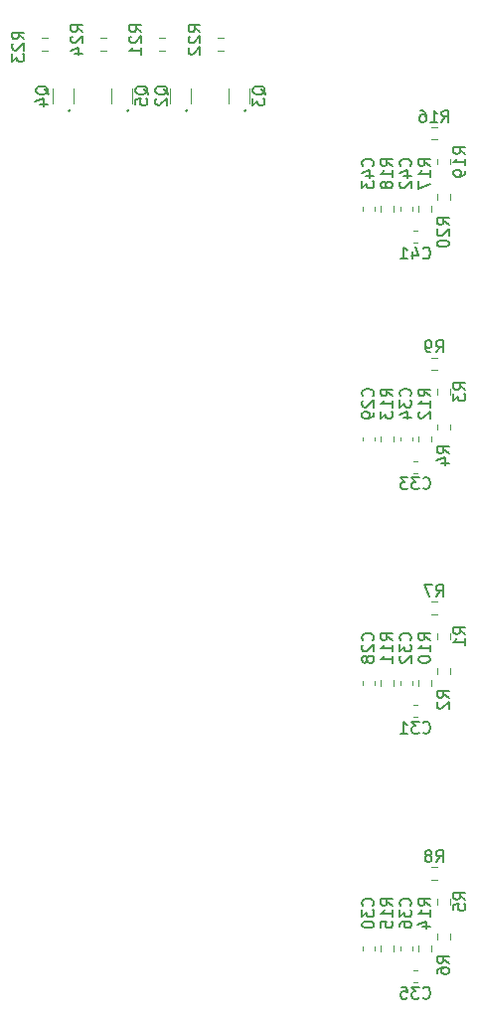
<source format=gbr>
%TF.GenerationSoftware,KiCad,Pcbnew,9.0.1-rc2-202503292320~1d443ca74c~ubuntu22.04.1*%
%TF.CreationDate,2025-03-31T00:08:08+02:00*%
%TF.ProjectId,PowkiBoard,506f776b-6942-46f6-9172-642e6b696361,rev?*%
%TF.SameCoordinates,Original*%
%TF.FileFunction,Legend,Bot*%
%TF.FilePolarity,Positive*%
%FSLAX46Y46*%
G04 Gerber Fmt 4.6, Leading zero omitted, Abs format (unit mm)*
G04 Created by KiCad (PCBNEW 9.0.1-rc2-202503292320~1d443ca74c~ubuntu22.04.1) date 2025-03-31 00:08:08*
%MOMM*%
%LPD*%
G01*
G04 APERTURE LIST*
%ADD10C,0.150000*%
%ADD11C,0.120000*%
G04 APERTURE END LIST*
D10*
X59566666Y-92824819D02*
X59899999Y-92348628D01*
X60138094Y-92824819D02*
X60138094Y-91824819D01*
X60138094Y-91824819D02*
X59757142Y-91824819D01*
X59757142Y-91824819D02*
X59661904Y-91872438D01*
X59661904Y-91872438D02*
X59614285Y-91920057D01*
X59614285Y-91920057D02*
X59566666Y-92015295D01*
X59566666Y-92015295D02*
X59566666Y-92158152D01*
X59566666Y-92158152D02*
X59614285Y-92253390D01*
X59614285Y-92253390D02*
X59661904Y-92301009D01*
X59661904Y-92301009D02*
X59757142Y-92348628D01*
X59757142Y-92348628D02*
X60138094Y-92348628D01*
X59233332Y-91824819D02*
X58566666Y-91824819D01*
X58566666Y-91824819D02*
X58995237Y-92824819D01*
X55854819Y-56157142D02*
X55378628Y-55823809D01*
X55854819Y-55585714D02*
X54854819Y-55585714D01*
X54854819Y-55585714D02*
X54854819Y-55966666D01*
X54854819Y-55966666D02*
X54902438Y-56061904D01*
X54902438Y-56061904D02*
X54950057Y-56109523D01*
X54950057Y-56109523D02*
X55045295Y-56157142D01*
X55045295Y-56157142D02*
X55188152Y-56157142D01*
X55188152Y-56157142D02*
X55283390Y-56109523D01*
X55283390Y-56109523D02*
X55331009Y-56061904D01*
X55331009Y-56061904D02*
X55378628Y-55966666D01*
X55378628Y-55966666D02*
X55378628Y-55585714D01*
X55854819Y-57109523D02*
X55854819Y-56538095D01*
X55854819Y-56823809D02*
X54854819Y-56823809D01*
X54854819Y-56823809D02*
X54997676Y-56728571D01*
X54997676Y-56728571D02*
X55092914Y-56633333D01*
X55092914Y-56633333D02*
X55140533Y-56538095D01*
X55283390Y-57680952D02*
X55235771Y-57585714D01*
X55235771Y-57585714D02*
X55188152Y-57538095D01*
X55188152Y-57538095D02*
X55092914Y-57490476D01*
X55092914Y-57490476D02*
X55045295Y-57490476D01*
X55045295Y-57490476D02*
X54950057Y-57538095D01*
X54950057Y-57538095D02*
X54902438Y-57585714D01*
X54902438Y-57585714D02*
X54854819Y-57680952D01*
X54854819Y-57680952D02*
X54854819Y-57871428D01*
X54854819Y-57871428D02*
X54902438Y-57966666D01*
X54902438Y-57966666D02*
X54950057Y-58014285D01*
X54950057Y-58014285D02*
X55045295Y-58061904D01*
X55045295Y-58061904D02*
X55092914Y-58061904D01*
X55092914Y-58061904D02*
X55188152Y-58014285D01*
X55188152Y-58014285D02*
X55235771Y-57966666D01*
X55235771Y-57966666D02*
X55283390Y-57871428D01*
X55283390Y-57871428D02*
X55283390Y-57680952D01*
X55283390Y-57680952D02*
X55331009Y-57585714D01*
X55331009Y-57585714D02*
X55378628Y-57538095D01*
X55378628Y-57538095D02*
X55473866Y-57490476D01*
X55473866Y-57490476D02*
X55664342Y-57490476D01*
X55664342Y-57490476D02*
X55759580Y-57538095D01*
X55759580Y-57538095D02*
X55807200Y-57585714D01*
X55807200Y-57585714D02*
X55854819Y-57680952D01*
X55854819Y-57680952D02*
X55854819Y-57871428D01*
X55854819Y-57871428D02*
X55807200Y-57966666D01*
X55807200Y-57966666D02*
X55759580Y-58014285D01*
X55759580Y-58014285D02*
X55664342Y-58061904D01*
X55664342Y-58061904D02*
X55473866Y-58061904D01*
X55473866Y-58061904D02*
X55378628Y-58014285D01*
X55378628Y-58014285D02*
X55331009Y-57966666D01*
X55331009Y-57966666D02*
X55283390Y-57871428D01*
X54159580Y-119157142D02*
X54207200Y-119109523D01*
X54207200Y-119109523D02*
X54254819Y-118966666D01*
X54254819Y-118966666D02*
X54254819Y-118871428D01*
X54254819Y-118871428D02*
X54207200Y-118728571D01*
X54207200Y-118728571D02*
X54111961Y-118633333D01*
X54111961Y-118633333D02*
X54016723Y-118585714D01*
X54016723Y-118585714D02*
X53826247Y-118538095D01*
X53826247Y-118538095D02*
X53683390Y-118538095D01*
X53683390Y-118538095D02*
X53492914Y-118585714D01*
X53492914Y-118585714D02*
X53397676Y-118633333D01*
X53397676Y-118633333D02*
X53302438Y-118728571D01*
X53302438Y-118728571D02*
X53254819Y-118871428D01*
X53254819Y-118871428D02*
X53254819Y-118966666D01*
X53254819Y-118966666D02*
X53302438Y-119109523D01*
X53302438Y-119109523D02*
X53350057Y-119157142D01*
X53254819Y-119490476D02*
X53254819Y-120109523D01*
X53254819Y-120109523D02*
X53635771Y-119776190D01*
X53635771Y-119776190D02*
X53635771Y-119919047D01*
X53635771Y-119919047D02*
X53683390Y-120014285D01*
X53683390Y-120014285D02*
X53731009Y-120061904D01*
X53731009Y-120061904D02*
X53826247Y-120109523D01*
X53826247Y-120109523D02*
X54064342Y-120109523D01*
X54064342Y-120109523D02*
X54159580Y-120061904D01*
X54159580Y-120061904D02*
X54207200Y-120014285D01*
X54207200Y-120014285D02*
X54254819Y-119919047D01*
X54254819Y-119919047D02*
X54254819Y-119633333D01*
X54254819Y-119633333D02*
X54207200Y-119538095D01*
X54207200Y-119538095D02*
X54159580Y-119490476D01*
X53254819Y-120728571D02*
X53254819Y-120823809D01*
X53254819Y-120823809D02*
X53302438Y-120919047D01*
X53302438Y-120919047D02*
X53350057Y-120966666D01*
X53350057Y-120966666D02*
X53445295Y-121014285D01*
X53445295Y-121014285D02*
X53635771Y-121061904D01*
X53635771Y-121061904D02*
X53873866Y-121061904D01*
X53873866Y-121061904D02*
X54064342Y-121014285D01*
X54064342Y-121014285D02*
X54159580Y-120966666D01*
X54159580Y-120966666D02*
X54207200Y-120919047D01*
X54207200Y-120919047D02*
X54254819Y-120823809D01*
X54254819Y-120823809D02*
X54254819Y-120728571D01*
X54254819Y-120728571D02*
X54207200Y-120633333D01*
X54207200Y-120633333D02*
X54159580Y-120585714D01*
X54159580Y-120585714D02*
X54064342Y-120538095D01*
X54064342Y-120538095D02*
X53873866Y-120490476D01*
X53873866Y-120490476D02*
X53635771Y-120490476D01*
X53635771Y-120490476D02*
X53445295Y-120538095D01*
X53445295Y-120538095D02*
X53350057Y-120585714D01*
X53350057Y-120585714D02*
X53302438Y-120633333D01*
X53302438Y-120633333D02*
X53254819Y-120728571D01*
X59054819Y-96557142D02*
X58578628Y-96223809D01*
X59054819Y-95985714D02*
X58054819Y-95985714D01*
X58054819Y-95985714D02*
X58054819Y-96366666D01*
X58054819Y-96366666D02*
X58102438Y-96461904D01*
X58102438Y-96461904D02*
X58150057Y-96509523D01*
X58150057Y-96509523D02*
X58245295Y-96557142D01*
X58245295Y-96557142D02*
X58388152Y-96557142D01*
X58388152Y-96557142D02*
X58483390Y-96509523D01*
X58483390Y-96509523D02*
X58531009Y-96461904D01*
X58531009Y-96461904D02*
X58578628Y-96366666D01*
X58578628Y-96366666D02*
X58578628Y-95985714D01*
X59054819Y-97509523D02*
X59054819Y-96938095D01*
X59054819Y-97223809D02*
X58054819Y-97223809D01*
X58054819Y-97223809D02*
X58197676Y-97128571D01*
X58197676Y-97128571D02*
X58292914Y-97033333D01*
X58292914Y-97033333D02*
X58340533Y-96938095D01*
X58054819Y-98128571D02*
X58054819Y-98223809D01*
X58054819Y-98223809D02*
X58102438Y-98319047D01*
X58102438Y-98319047D02*
X58150057Y-98366666D01*
X58150057Y-98366666D02*
X58245295Y-98414285D01*
X58245295Y-98414285D02*
X58435771Y-98461904D01*
X58435771Y-98461904D02*
X58673866Y-98461904D01*
X58673866Y-98461904D02*
X58864342Y-98414285D01*
X58864342Y-98414285D02*
X58959580Y-98366666D01*
X58959580Y-98366666D02*
X59007200Y-98319047D01*
X59007200Y-98319047D02*
X59054819Y-98223809D01*
X59054819Y-98223809D02*
X59054819Y-98128571D01*
X59054819Y-98128571D02*
X59007200Y-98033333D01*
X59007200Y-98033333D02*
X58959580Y-97985714D01*
X58959580Y-97985714D02*
X58864342Y-97938095D01*
X58864342Y-97938095D02*
X58673866Y-97890476D01*
X58673866Y-97890476D02*
X58435771Y-97890476D01*
X58435771Y-97890476D02*
X58245295Y-97938095D01*
X58245295Y-97938095D02*
X58150057Y-97985714D01*
X58150057Y-97985714D02*
X58102438Y-98033333D01*
X58102438Y-98033333D02*
X58054819Y-98128571D01*
X54159580Y-56157142D02*
X54207200Y-56109523D01*
X54207200Y-56109523D02*
X54254819Y-55966666D01*
X54254819Y-55966666D02*
X54254819Y-55871428D01*
X54254819Y-55871428D02*
X54207200Y-55728571D01*
X54207200Y-55728571D02*
X54111961Y-55633333D01*
X54111961Y-55633333D02*
X54016723Y-55585714D01*
X54016723Y-55585714D02*
X53826247Y-55538095D01*
X53826247Y-55538095D02*
X53683390Y-55538095D01*
X53683390Y-55538095D02*
X53492914Y-55585714D01*
X53492914Y-55585714D02*
X53397676Y-55633333D01*
X53397676Y-55633333D02*
X53302438Y-55728571D01*
X53302438Y-55728571D02*
X53254819Y-55871428D01*
X53254819Y-55871428D02*
X53254819Y-55966666D01*
X53254819Y-55966666D02*
X53302438Y-56109523D01*
X53302438Y-56109523D02*
X53350057Y-56157142D01*
X53588152Y-57014285D02*
X54254819Y-57014285D01*
X53207200Y-56776190D02*
X53921485Y-56538095D01*
X53921485Y-56538095D02*
X53921485Y-57157142D01*
X53254819Y-57442857D02*
X53254819Y-58061904D01*
X53254819Y-58061904D02*
X53635771Y-57728571D01*
X53635771Y-57728571D02*
X53635771Y-57871428D01*
X53635771Y-57871428D02*
X53683390Y-57966666D01*
X53683390Y-57966666D02*
X53731009Y-58014285D01*
X53731009Y-58014285D02*
X53826247Y-58061904D01*
X53826247Y-58061904D02*
X54064342Y-58061904D01*
X54064342Y-58061904D02*
X54159580Y-58014285D01*
X54159580Y-58014285D02*
X54207200Y-57966666D01*
X54207200Y-57966666D02*
X54254819Y-57871428D01*
X54254819Y-57871428D02*
X54254819Y-57585714D01*
X54254819Y-57585714D02*
X54207200Y-57490476D01*
X54207200Y-57490476D02*
X54159580Y-57442857D01*
X62054819Y-118633333D02*
X61578628Y-118300000D01*
X62054819Y-118061905D02*
X61054819Y-118061905D01*
X61054819Y-118061905D02*
X61054819Y-118442857D01*
X61054819Y-118442857D02*
X61102438Y-118538095D01*
X61102438Y-118538095D02*
X61150057Y-118585714D01*
X61150057Y-118585714D02*
X61245295Y-118633333D01*
X61245295Y-118633333D02*
X61388152Y-118633333D01*
X61388152Y-118633333D02*
X61483390Y-118585714D01*
X61483390Y-118585714D02*
X61531009Y-118538095D01*
X61531009Y-118538095D02*
X61578628Y-118442857D01*
X61578628Y-118442857D02*
X61578628Y-118061905D01*
X61054819Y-119538095D02*
X61054819Y-119061905D01*
X61054819Y-119061905D02*
X61531009Y-119014286D01*
X61531009Y-119014286D02*
X61483390Y-119061905D01*
X61483390Y-119061905D02*
X61435771Y-119157143D01*
X61435771Y-119157143D02*
X61435771Y-119395238D01*
X61435771Y-119395238D02*
X61483390Y-119490476D01*
X61483390Y-119490476D02*
X61531009Y-119538095D01*
X61531009Y-119538095D02*
X61626247Y-119585714D01*
X61626247Y-119585714D02*
X61864342Y-119585714D01*
X61864342Y-119585714D02*
X61959580Y-119538095D01*
X61959580Y-119538095D02*
X62007200Y-119490476D01*
X62007200Y-119490476D02*
X62054819Y-119395238D01*
X62054819Y-119395238D02*
X62054819Y-119157143D01*
X62054819Y-119157143D02*
X62007200Y-119061905D01*
X62007200Y-119061905D02*
X61959580Y-119014286D01*
X58442857Y-126989580D02*
X58490476Y-127037200D01*
X58490476Y-127037200D02*
X58633333Y-127084819D01*
X58633333Y-127084819D02*
X58728571Y-127084819D01*
X58728571Y-127084819D02*
X58871428Y-127037200D01*
X58871428Y-127037200D02*
X58966666Y-126941961D01*
X58966666Y-126941961D02*
X59014285Y-126846723D01*
X59014285Y-126846723D02*
X59061904Y-126656247D01*
X59061904Y-126656247D02*
X59061904Y-126513390D01*
X59061904Y-126513390D02*
X59014285Y-126322914D01*
X59014285Y-126322914D02*
X58966666Y-126227676D01*
X58966666Y-126227676D02*
X58871428Y-126132438D01*
X58871428Y-126132438D02*
X58728571Y-126084819D01*
X58728571Y-126084819D02*
X58633333Y-126084819D01*
X58633333Y-126084819D02*
X58490476Y-126132438D01*
X58490476Y-126132438D02*
X58442857Y-126180057D01*
X58109523Y-126084819D02*
X57490476Y-126084819D01*
X57490476Y-126084819D02*
X57823809Y-126465771D01*
X57823809Y-126465771D02*
X57680952Y-126465771D01*
X57680952Y-126465771D02*
X57585714Y-126513390D01*
X57585714Y-126513390D02*
X57538095Y-126561009D01*
X57538095Y-126561009D02*
X57490476Y-126656247D01*
X57490476Y-126656247D02*
X57490476Y-126894342D01*
X57490476Y-126894342D02*
X57538095Y-126989580D01*
X57538095Y-126989580D02*
X57585714Y-127037200D01*
X57585714Y-127037200D02*
X57680952Y-127084819D01*
X57680952Y-127084819D02*
X57966666Y-127084819D01*
X57966666Y-127084819D02*
X58061904Y-127037200D01*
X58061904Y-127037200D02*
X58109523Y-126989580D01*
X56585714Y-126084819D02*
X57061904Y-126084819D01*
X57061904Y-126084819D02*
X57109523Y-126561009D01*
X57109523Y-126561009D02*
X57061904Y-126513390D01*
X57061904Y-126513390D02*
X56966666Y-126465771D01*
X56966666Y-126465771D02*
X56728571Y-126465771D01*
X56728571Y-126465771D02*
X56633333Y-126513390D01*
X56633333Y-126513390D02*
X56585714Y-126561009D01*
X56585714Y-126561009D02*
X56538095Y-126656247D01*
X56538095Y-126656247D02*
X56538095Y-126894342D01*
X56538095Y-126894342D02*
X56585714Y-126989580D01*
X56585714Y-126989580D02*
X56633333Y-127037200D01*
X56633333Y-127037200D02*
X56728571Y-127084819D01*
X56728571Y-127084819D02*
X56966666Y-127084819D01*
X56966666Y-127084819D02*
X57061904Y-127037200D01*
X57061904Y-127037200D02*
X57109523Y-126989580D01*
X39454819Y-44757142D02*
X38978628Y-44423809D01*
X39454819Y-44185714D02*
X38454819Y-44185714D01*
X38454819Y-44185714D02*
X38454819Y-44566666D01*
X38454819Y-44566666D02*
X38502438Y-44661904D01*
X38502438Y-44661904D02*
X38550057Y-44709523D01*
X38550057Y-44709523D02*
X38645295Y-44757142D01*
X38645295Y-44757142D02*
X38788152Y-44757142D01*
X38788152Y-44757142D02*
X38883390Y-44709523D01*
X38883390Y-44709523D02*
X38931009Y-44661904D01*
X38931009Y-44661904D02*
X38978628Y-44566666D01*
X38978628Y-44566666D02*
X38978628Y-44185714D01*
X38550057Y-45138095D02*
X38502438Y-45185714D01*
X38502438Y-45185714D02*
X38454819Y-45280952D01*
X38454819Y-45280952D02*
X38454819Y-45519047D01*
X38454819Y-45519047D02*
X38502438Y-45614285D01*
X38502438Y-45614285D02*
X38550057Y-45661904D01*
X38550057Y-45661904D02*
X38645295Y-45709523D01*
X38645295Y-45709523D02*
X38740533Y-45709523D01*
X38740533Y-45709523D02*
X38883390Y-45661904D01*
X38883390Y-45661904D02*
X39454819Y-45090476D01*
X39454819Y-45090476D02*
X39454819Y-45709523D01*
X38550057Y-46090476D02*
X38502438Y-46138095D01*
X38502438Y-46138095D02*
X38454819Y-46233333D01*
X38454819Y-46233333D02*
X38454819Y-46471428D01*
X38454819Y-46471428D02*
X38502438Y-46566666D01*
X38502438Y-46566666D02*
X38550057Y-46614285D01*
X38550057Y-46614285D02*
X38645295Y-46661904D01*
X38645295Y-46661904D02*
X38740533Y-46661904D01*
X38740533Y-46661904D02*
X38883390Y-46614285D01*
X38883390Y-46614285D02*
X39454819Y-46042857D01*
X39454819Y-46042857D02*
X39454819Y-46661904D01*
X58442857Y-63989580D02*
X58490476Y-64037200D01*
X58490476Y-64037200D02*
X58633333Y-64084819D01*
X58633333Y-64084819D02*
X58728571Y-64084819D01*
X58728571Y-64084819D02*
X58871428Y-64037200D01*
X58871428Y-64037200D02*
X58966666Y-63941961D01*
X58966666Y-63941961D02*
X59014285Y-63846723D01*
X59014285Y-63846723D02*
X59061904Y-63656247D01*
X59061904Y-63656247D02*
X59061904Y-63513390D01*
X59061904Y-63513390D02*
X59014285Y-63322914D01*
X59014285Y-63322914D02*
X58966666Y-63227676D01*
X58966666Y-63227676D02*
X58871428Y-63132438D01*
X58871428Y-63132438D02*
X58728571Y-63084819D01*
X58728571Y-63084819D02*
X58633333Y-63084819D01*
X58633333Y-63084819D02*
X58490476Y-63132438D01*
X58490476Y-63132438D02*
X58442857Y-63180057D01*
X57585714Y-63418152D02*
X57585714Y-64084819D01*
X57823809Y-63037200D02*
X58061904Y-63751485D01*
X58061904Y-63751485D02*
X57442857Y-63751485D01*
X56538095Y-64084819D02*
X57109523Y-64084819D01*
X56823809Y-64084819D02*
X56823809Y-63084819D01*
X56823809Y-63084819D02*
X56919047Y-63227676D01*
X56919047Y-63227676D02*
X57014285Y-63322914D01*
X57014285Y-63322914D02*
X57109523Y-63370533D01*
X58442857Y-83589580D02*
X58490476Y-83637200D01*
X58490476Y-83637200D02*
X58633333Y-83684819D01*
X58633333Y-83684819D02*
X58728571Y-83684819D01*
X58728571Y-83684819D02*
X58871428Y-83637200D01*
X58871428Y-83637200D02*
X58966666Y-83541961D01*
X58966666Y-83541961D02*
X59014285Y-83446723D01*
X59014285Y-83446723D02*
X59061904Y-83256247D01*
X59061904Y-83256247D02*
X59061904Y-83113390D01*
X59061904Y-83113390D02*
X59014285Y-82922914D01*
X59014285Y-82922914D02*
X58966666Y-82827676D01*
X58966666Y-82827676D02*
X58871428Y-82732438D01*
X58871428Y-82732438D02*
X58728571Y-82684819D01*
X58728571Y-82684819D02*
X58633333Y-82684819D01*
X58633333Y-82684819D02*
X58490476Y-82732438D01*
X58490476Y-82732438D02*
X58442857Y-82780057D01*
X58109523Y-82684819D02*
X57490476Y-82684819D01*
X57490476Y-82684819D02*
X57823809Y-83065771D01*
X57823809Y-83065771D02*
X57680952Y-83065771D01*
X57680952Y-83065771D02*
X57585714Y-83113390D01*
X57585714Y-83113390D02*
X57538095Y-83161009D01*
X57538095Y-83161009D02*
X57490476Y-83256247D01*
X57490476Y-83256247D02*
X57490476Y-83494342D01*
X57490476Y-83494342D02*
X57538095Y-83589580D01*
X57538095Y-83589580D02*
X57585714Y-83637200D01*
X57585714Y-83637200D02*
X57680952Y-83684819D01*
X57680952Y-83684819D02*
X57966666Y-83684819D01*
X57966666Y-83684819D02*
X58061904Y-83637200D01*
X58061904Y-83637200D02*
X58109523Y-83589580D01*
X57157142Y-82684819D02*
X56538095Y-82684819D01*
X56538095Y-82684819D02*
X56871428Y-83065771D01*
X56871428Y-83065771D02*
X56728571Y-83065771D01*
X56728571Y-83065771D02*
X56633333Y-83113390D01*
X56633333Y-83113390D02*
X56585714Y-83161009D01*
X56585714Y-83161009D02*
X56538095Y-83256247D01*
X56538095Y-83256247D02*
X56538095Y-83494342D01*
X56538095Y-83494342D02*
X56585714Y-83589580D01*
X56585714Y-83589580D02*
X56633333Y-83637200D01*
X56633333Y-83637200D02*
X56728571Y-83684819D01*
X56728571Y-83684819D02*
X57014285Y-83684819D01*
X57014285Y-83684819D02*
X57109523Y-83637200D01*
X57109523Y-83637200D02*
X57157142Y-83589580D01*
X55854819Y-119157142D02*
X55378628Y-118823809D01*
X55854819Y-118585714D02*
X54854819Y-118585714D01*
X54854819Y-118585714D02*
X54854819Y-118966666D01*
X54854819Y-118966666D02*
X54902438Y-119061904D01*
X54902438Y-119061904D02*
X54950057Y-119109523D01*
X54950057Y-119109523D02*
X55045295Y-119157142D01*
X55045295Y-119157142D02*
X55188152Y-119157142D01*
X55188152Y-119157142D02*
X55283390Y-119109523D01*
X55283390Y-119109523D02*
X55331009Y-119061904D01*
X55331009Y-119061904D02*
X55378628Y-118966666D01*
X55378628Y-118966666D02*
X55378628Y-118585714D01*
X55854819Y-120109523D02*
X55854819Y-119538095D01*
X55854819Y-119823809D02*
X54854819Y-119823809D01*
X54854819Y-119823809D02*
X54997676Y-119728571D01*
X54997676Y-119728571D02*
X55092914Y-119633333D01*
X55092914Y-119633333D02*
X55140533Y-119538095D01*
X54854819Y-121014285D02*
X54854819Y-120538095D01*
X54854819Y-120538095D02*
X55331009Y-120490476D01*
X55331009Y-120490476D02*
X55283390Y-120538095D01*
X55283390Y-120538095D02*
X55235771Y-120633333D01*
X55235771Y-120633333D02*
X55235771Y-120871428D01*
X55235771Y-120871428D02*
X55283390Y-120966666D01*
X55283390Y-120966666D02*
X55331009Y-121014285D01*
X55331009Y-121014285D02*
X55426247Y-121061904D01*
X55426247Y-121061904D02*
X55664342Y-121061904D01*
X55664342Y-121061904D02*
X55759580Y-121014285D01*
X55759580Y-121014285D02*
X55807200Y-120966666D01*
X55807200Y-120966666D02*
X55854819Y-120871428D01*
X55854819Y-120871428D02*
X55854819Y-120633333D01*
X55854819Y-120633333D02*
X55807200Y-120538095D01*
X55807200Y-120538095D02*
X55759580Y-120490476D01*
X60654819Y-124033333D02*
X60178628Y-123700000D01*
X60654819Y-123461905D02*
X59654819Y-123461905D01*
X59654819Y-123461905D02*
X59654819Y-123842857D01*
X59654819Y-123842857D02*
X59702438Y-123938095D01*
X59702438Y-123938095D02*
X59750057Y-123985714D01*
X59750057Y-123985714D02*
X59845295Y-124033333D01*
X59845295Y-124033333D02*
X59988152Y-124033333D01*
X59988152Y-124033333D02*
X60083390Y-123985714D01*
X60083390Y-123985714D02*
X60131009Y-123938095D01*
X60131009Y-123938095D02*
X60178628Y-123842857D01*
X60178628Y-123842857D02*
X60178628Y-123461905D01*
X59654819Y-124890476D02*
X59654819Y-124700000D01*
X59654819Y-124700000D02*
X59702438Y-124604762D01*
X59702438Y-124604762D02*
X59750057Y-124557143D01*
X59750057Y-124557143D02*
X59892914Y-124461905D01*
X59892914Y-124461905D02*
X60083390Y-124414286D01*
X60083390Y-124414286D02*
X60464342Y-124414286D01*
X60464342Y-124414286D02*
X60559580Y-124461905D01*
X60559580Y-124461905D02*
X60607200Y-124509524D01*
X60607200Y-124509524D02*
X60654819Y-124604762D01*
X60654819Y-124604762D02*
X60654819Y-124795238D01*
X60654819Y-124795238D02*
X60607200Y-124890476D01*
X60607200Y-124890476D02*
X60559580Y-124938095D01*
X60559580Y-124938095D02*
X60464342Y-124985714D01*
X60464342Y-124985714D02*
X60226247Y-124985714D01*
X60226247Y-124985714D02*
X60131009Y-124938095D01*
X60131009Y-124938095D02*
X60083390Y-124890476D01*
X60083390Y-124890476D02*
X60035771Y-124795238D01*
X60035771Y-124795238D02*
X60035771Y-124604762D01*
X60035771Y-124604762D02*
X60083390Y-124509524D01*
X60083390Y-124509524D02*
X60131009Y-124461905D01*
X60131009Y-124461905D02*
X60226247Y-124414286D01*
X59054819Y-56157142D02*
X58578628Y-55823809D01*
X59054819Y-55585714D02*
X58054819Y-55585714D01*
X58054819Y-55585714D02*
X58054819Y-55966666D01*
X58054819Y-55966666D02*
X58102438Y-56061904D01*
X58102438Y-56061904D02*
X58150057Y-56109523D01*
X58150057Y-56109523D02*
X58245295Y-56157142D01*
X58245295Y-56157142D02*
X58388152Y-56157142D01*
X58388152Y-56157142D02*
X58483390Y-56109523D01*
X58483390Y-56109523D02*
X58531009Y-56061904D01*
X58531009Y-56061904D02*
X58578628Y-55966666D01*
X58578628Y-55966666D02*
X58578628Y-55585714D01*
X59054819Y-57109523D02*
X59054819Y-56538095D01*
X59054819Y-56823809D02*
X58054819Y-56823809D01*
X58054819Y-56823809D02*
X58197676Y-56728571D01*
X58197676Y-56728571D02*
X58292914Y-56633333D01*
X58292914Y-56633333D02*
X58340533Y-56538095D01*
X58054819Y-57442857D02*
X58054819Y-58109523D01*
X58054819Y-58109523D02*
X59054819Y-57680952D01*
X26550057Y-50104761D02*
X26502438Y-50009523D01*
X26502438Y-50009523D02*
X26407200Y-49914285D01*
X26407200Y-49914285D02*
X26264342Y-49771428D01*
X26264342Y-49771428D02*
X26216723Y-49676190D01*
X26216723Y-49676190D02*
X26216723Y-49580952D01*
X26454819Y-49628571D02*
X26407200Y-49533333D01*
X26407200Y-49533333D02*
X26311961Y-49438095D01*
X26311961Y-49438095D02*
X26121485Y-49390476D01*
X26121485Y-49390476D02*
X25788152Y-49390476D01*
X25788152Y-49390476D02*
X25597676Y-49438095D01*
X25597676Y-49438095D02*
X25502438Y-49533333D01*
X25502438Y-49533333D02*
X25454819Y-49628571D01*
X25454819Y-49628571D02*
X25454819Y-49819047D01*
X25454819Y-49819047D02*
X25502438Y-49914285D01*
X25502438Y-49914285D02*
X25597676Y-50009523D01*
X25597676Y-50009523D02*
X25788152Y-50057142D01*
X25788152Y-50057142D02*
X26121485Y-50057142D01*
X26121485Y-50057142D02*
X26311961Y-50009523D01*
X26311961Y-50009523D02*
X26407200Y-49914285D01*
X26407200Y-49914285D02*
X26454819Y-49819047D01*
X26454819Y-49819047D02*
X26454819Y-49628571D01*
X25788152Y-50914285D02*
X26454819Y-50914285D01*
X25407200Y-50676190D02*
X26121485Y-50438095D01*
X26121485Y-50438095D02*
X26121485Y-51057142D01*
X60654819Y-61157142D02*
X60178628Y-60823809D01*
X60654819Y-60585714D02*
X59654819Y-60585714D01*
X59654819Y-60585714D02*
X59654819Y-60966666D01*
X59654819Y-60966666D02*
X59702438Y-61061904D01*
X59702438Y-61061904D02*
X59750057Y-61109523D01*
X59750057Y-61109523D02*
X59845295Y-61157142D01*
X59845295Y-61157142D02*
X59988152Y-61157142D01*
X59988152Y-61157142D02*
X60083390Y-61109523D01*
X60083390Y-61109523D02*
X60131009Y-61061904D01*
X60131009Y-61061904D02*
X60178628Y-60966666D01*
X60178628Y-60966666D02*
X60178628Y-60585714D01*
X59750057Y-61538095D02*
X59702438Y-61585714D01*
X59702438Y-61585714D02*
X59654819Y-61680952D01*
X59654819Y-61680952D02*
X59654819Y-61919047D01*
X59654819Y-61919047D02*
X59702438Y-62014285D01*
X59702438Y-62014285D02*
X59750057Y-62061904D01*
X59750057Y-62061904D02*
X59845295Y-62109523D01*
X59845295Y-62109523D02*
X59940533Y-62109523D01*
X59940533Y-62109523D02*
X60083390Y-62061904D01*
X60083390Y-62061904D02*
X60654819Y-61490476D01*
X60654819Y-61490476D02*
X60654819Y-62109523D01*
X59654819Y-62728571D02*
X59654819Y-62823809D01*
X59654819Y-62823809D02*
X59702438Y-62919047D01*
X59702438Y-62919047D02*
X59750057Y-62966666D01*
X59750057Y-62966666D02*
X59845295Y-63014285D01*
X59845295Y-63014285D02*
X60035771Y-63061904D01*
X60035771Y-63061904D02*
X60273866Y-63061904D01*
X60273866Y-63061904D02*
X60464342Y-63014285D01*
X60464342Y-63014285D02*
X60559580Y-62966666D01*
X60559580Y-62966666D02*
X60607200Y-62919047D01*
X60607200Y-62919047D02*
X60654819Y-62823809D01*
X60654819Y-62823809D02*
X60654819Y-62728571D01*
X60654819Y-62728571D02*
X60607200Y-62633333D01*
X60607200Y-62633333D02*
X60559580Y-62585714D01*
X60559580Y-62585714D02*
X60464342Y-62538095D01*
X60464342Y-62538095D02*
X60273866Y-62490476D01*
X60273866Y-62490476D02*
X60035771Y-62490476D01*
X60035771Y-62490476D02*
X59845295Y-62538095D01*
X59845295Y-62538095D02*
X59750057Y-62585714D01*
X59750057Y-62585714D02*
X59702438Y-62633333D01*
X59702438Y-62633333D02*
X59654819Y-62728571D01*
X35050057Y-50104761D02*
X35002438Y-50009523D01*
X35002438Y-50009523D02*
X34907200Y-49914285D01*
X34907200Y-49914285D02*
X34764342Y-49771428D01*
X34764342Y-49771428D02*
X34716723Y-49676190D01*
X34716723Y-49676190D02*
X34716723Y-49580952D01*
X34954819Y-49628571D02*
X34907200Y-49533333D01*
X34907200Y-49533333D02*
X34811961Y-49438095D01*
X34811961Y-49438095D02*
X34621485Y-49390476D01*
X34621485Y-49390476D02*
X34288152Y-49390476D01*
X34288152Y-49390476D02*
X34097676Y-49438095D01*
X34097676Y-49438095D02*
X34002438Y-49533333D01*
X34002438Y-49533333D02*
X33954819Y-49628571D01*
X33954819Y-49628571D02*
X33954819Y-49819047D01*
X33954819Y-49819047D02*
X34002438Y-49914285D01*
X34002438Y-49914285D02*
X34097676Y-50009523D01*
X34097676Y-50009523D02*
X34288152Y-50057142D01*
X34288152Y-50057142D02*
X34621485Y-50057142D01*
X34621485Y-50057142D02*
X34811961Y-50009523D01*
X34811961Y-50009523D02*
X34907200Y-49914285D01*
X34907200Y-49914285D02*
X34954819Y-49819047D01*
X34954819Y-49819047D02*
X34954819Y-49628571D01*
X33954819Y-50961904D02*
X33954819Y-50485714D01*
X33954819Y-50485714D02*
X34431009Y-50438095D01*
X34431009Y-50438095D02*
X34383390Y-50485714D01*
X34383390Y-50485714D02*
X34335771Y-50580952D01*
X34335771Y-50580952D02*
X34335771Y-50819047D01*
X34335771Y-50819047D02*
X34383390Y-50914285D01*
X34383390Y-50914285D02*
X34431009Y-50961904D01*
X34431009Y-50961904D02*
X34526247Y-51009523D01*
X34526247Y-51009523D02*
X34764342Y-51009523D01*
X34764342Y-51009523D02*
X34859580Y-50961904D01*
X34859580Y-50961904D02*
X34907200Y-50914285D01*
X34907200Y-50914285D02*
X34954819Y-50819047D01*
X34954819Y-50819047D02*
X34954819Y-50580952D01*
X34954819Y-50580952D02*
X34907200Y-50485714D01*
X34907200Y-50485714D02*
X34859580Y-50438095D01*
X29454819Y-44757142D02*
X28978628Y-44423809D01*
X29454819Y-44185714D02*
X28454819Y-44185714D01*
X28454819Y-44185714D02*
X28454819Y-44566666D01*
X28454819Y-44566666D02*
X28502438Y-44661904D01*
X28502438Y-44661904D02*
X28550057Y-44709523D01*
X28550057Y-44709523D02*
X28645295Y-44757142D01*
X28645295Y-44757142D02*
X28788152Y-44757142D01*
X28788152Y-44757142D02*
X28883390Y-44709523D01*
X28883390Y-44709523D02*
X28931009Y-44661904D01*
X28931009Y-44661904D02*
X28978628Y-44566666D01*
X28978628Y-44566666D02*
X28978628Y-44185714D01*
X28550057Y-45138095D02*
X28502438Y-45185714D01*
X28502438Y-45185714D02*
X28454819Y-45280952D01*
X28454819Y-45280952D02*
X28454819Y-45519047D01*
X28454819Y-45519047D02*
X28502438Y-45614285D01*
X28502438Y-45614285D02*
X28550057Y-45661904D01*
X28550057Y-45661904D02*
X28645295Y-45709523D01*
X28645295Y-45709523D02*
X28740533Y-45709523D01*
X28740533Y-45709523D02*
X28883390Y-45661904D01*
X28883390Y-45661904D02*
X29454819Y-45090476D01*
X29454819Y-45090476D02*
X29454819Y-45709523D01*
X28788152Y-46566666D02*
X29454819Y-46566666D01*
X28407200Y-46328571D02*
X29121485Y-46090476D01*
X29121485Y-46090476D02*
X29121485Y-46709523D01*
X62054819Y-55157142D02*
X61578628Y-54823809D01*
X62054819Y-54585714D02*
X61054819Y-54585714D01*
X61054819Y-54585714D02*
X61054819Y-54966666D01*
X61054819Y-54966666D02*
X61102438Y-55061904D01*
X61102438Y-55061904D02*
X61150057Y-55109523D01*
X61150057Y-55109523D02*
X61245295Y-55157142D01*
X61245295Y-55157142D02*
X61388152Y-55157142D01*
X61388152Y-55157142D02*
X61483390Y-55109523D01*
X61483390Y-55109523D02*
X61531009Y-55061904D01*
X61531009Y-55061904D02*
X61578628Y-54966666D01*
X61578628Y-54966666D02*
X61578628Y-54585714D01*
X62054819Y-56109523D02*
X62054819Y-55538095D01*
X62054819Y-55823809D02*
X61054819Y-55823809D01*
X61054819Y-55823809D02*
X61197676Y-55728571D01*
X61197676Y-55728571D02*
X61292914Y-55633333D01*
X61292914Y-55633333D02*
X61340533Y-55538095D01*
X62054819Y-56585714D02*
X62054819Y-56776190D01*
X62054819Y-56776190D02*
X62007200Y-56871428D01*
X62007200Y-56871428D02*
X61959580Y-56919047D01*
X61959580Y-56919047D02*
X61816723Y-57014285D01*
X61816723Y-57014285D02*
X61626247Y-57061904D01*
X61626247Y-57061904D02*
X61245295Y-57061904D01*
X61245295Y-57061904D02*
X61150057Y-57014285D01*
X61150057Y-57014285D02*
X61102438Y-56966666D01*
X61102438Y-56966666D02*
X61054819Y-56871428D01*
X61054819Y-56871428D02*
X61054819Y-56680952D01*
X61054819Y-56680952D02*
X61102438Y-56585714D01*
X61102438Y-56585714D02*
X61150057Y-56538095D01*
X61150057Y-56538095D02*
X61245295Y-56490476D01*
X61245295Y-56490476D02*
X61483390Y-56490476D01*
X61483390Y-56490476D02*
X61578628Y-56538095D01*
X61578628Y-56538095D02*
X61626247Y-56585714D01*
X61626247Y-56585714D02*
X61673866Y-56680952D01*
X61673866Y-56680952D02*
X61673866Y-56871428D01*
X61673866Y-56871428D02*
X61626247Y-56966666D01*
X61626247Y-56966666D02*
X61578628Y-57014285D01*
X61578628Y-57014285D02*
X61483390Y-57061904D01*
X59566666Y-72024819D02*
X59899999Y-71548628D01*
X60138094Y-72024819D02*
X60138094Y-71024819D01*
X60138094Y-71024819D02*
X59757142Y-71024819D01*
X59757142Y-71024819D02*
X59661904Y-71072438D01*
X59661904Y-71072438D02*
X59614285Y-71120057D01*
X59614285Y-71120057D02*
X59566666Y-71215295D01*
X59566666Y-71215295D02*
X59566666Y-71358152D01*
X59566666Y-71358152D02*
X59614285Y-71453390D01*
X59614285Y-71453390D02*
X59661904Y-71501009D01*
X59661904Y-71501009D02*
X59757142Y-71548628D01*
X59757142Y-71548628D02*
X60138094Y-71548628D01*
X59090475Y-72024819D02*
X58899999Y-72024819D01*
X58899999Y-72024819D02*
X58804761Y-71977200D01*
X58804761Y-71977200D02*
X58757142Y-71929580D01*
X58757142Y-71929580D02*
X58661904Y-71786723D01*
X58661904Y-71786723D02*
X58614285Y-71596247D01*
X58614285Y-71596247D02*
X58614285Y-71215295D01*
X58614285Y-71215295D02*
X58661904Y-71120057D01*
X58661904Y-71120057D02*
X58709523Y-71072438D01*
X58709523Y-71072438D02*
X58804761Y-71024819D01*
X58804761Y-71024819D02*
X58995237Y-71024819D01*
X58995237Y-71024819D02*
X59090475Y-71072438D01*
X59090475Y-71072438D02*
X59138094Y-71120057D01*
X59138094Y-71120057D02*
X59185713Y-71215295D01*
X59185713Y-71215295D02*
X59185713Y-71453390D01*
X59185713Y-71453390D02*
X59138094Y-71548628D01*
X59138094Y-71548628D02*
X59090475Y-71596247D01*
X59090475Y-71596247D02*
X58995237Y-71643866D01*
X58995237Y-71643866D02*
X58804761Y-71643866D01*
X58804761Y-71643866D02*
X58709523Y-71596247D01*
X58709523Y-71596247D02*
X58661904Y-71548628D01*
X58661904Y-71548628D02*
X58614285Y-71453390D01*
X57359580Y-96557142D02*
X57407200Y-96509523D01*
X57407200Y-96509523D02*
X57454819Y-96366666D01*
X57454819Y-96366666D02*
X57454819Y-96271428D01*
X57454819Y-96271428D02*
X57407200Y-96128571D01*
X57407200Y-96128571D02*
X57311961Y-96033333D01*
X57311961Y-96033333D02*
X57216723Y-95985714D01*
X57216723Y-95985714D02*
X57026247Y-95938095D01*
X57026247Y-95938095D02*
X56883390Y-95938095D01*
X56883390Y-95938095D02*
X56692914Y-95985714D01*
X56692914Y-95985714D02*
X56597676Y-96033333D01*
X56597676Y-96033333D02*
X56502438Y-96128571D01*
X56502438Y-96128571D02*
X56454819Y-96271428D01*
X56454819Y-96271428D02*
X56454819Y-96366666D01*
X56454819Y-96366666D02*
X56502438Y-96509523D01*
X56502438Y-96509523D02*
X56550057Y-96557142D01*
X56454819Y-96890476D02*
X56454819Y-97509523D01*
X56454819Y-97509523D02*
X56835771Y-97176190D01*
X56835771Y-97176190D02*
X56835771Y-97319047D01*
X56835771Y-97319047D02*
X56883390Y-97414285D01*
X56883390Y-97414285D02*
X56931009Y-97461904D01*
X56931009Y-97461904D02*
X57026247Y-97509523D01*
X57026247Y-97509523D02*
X57264342Y-97509523D01*
X57264342Y-97509523D02*
X57359580Y-97461904D01*
X57359580Y-97461904D02*
X57407200Y-97414285D01*
X57407200Y-97414285D02*
X57454819Y-97319047D01*
X57454819Y-97319047D02*
X57454819Y-97033333D01*
X57454819Y-97033333D02*
X57407200Y-96938095D01*
X57407200Y-96938095D02*
X57359580Y-96890476D01*
X56550057Y-97890476D02*
X56502438Y-97938095D01*
X56502438Y-97938095D02*
X56454819Y-98033333D01*
X56454819Y-98033333D02*
X56454819Y-98271428D01*
X56454819Y-98271428D02*
X56502438Y-98366666D01*
X56502438Y-98366666D02*
X56550057Y-98414285D01*
X56550057Y-98414285D02*
X56645295Y-98461904D01*
X56645295Y-98461904D02*
X56740533Y-98461904D01*
X56740533Y-98461904D02*
X56883390Y-98414285D01*
X56883390Y-98414285D02*
X57454819Y-97842857D01*
X57454819Y-97842857D02*
X57454819Y-98461904D01*
X60654819Y-101433333D02*
X60178628Y-101100000D01*
X60654819Y-100861905D02*
X59654819Y-100861905D01*
X59654819Y-100861905D02*
X59654819Y-101242857D01*
X59654819Y-101242857D02*
X59702438Y-101338095D01*
X59702438Y-101338095D02*
X59750057Y-101385714D01*
X59750057Y-101385714D02*
X59845295Y-101433333D01*
X59845295Y-101433333D02*
X59988152Y-101433333D01*
X59988152Y-101433333D02*
X60083390Y-101385714D01*
X60083390Y-101385714D02*
X60131009Y-101338095D01*
X60131009Y-101338095D02*
X60178628Y-101242857D01*
X60178628Y-101242857D02*
X60178628Y-100861905D01*
X59750057Y-101814286D02*
X59702438Y-101861905D01*
X59702438Y-101861905D02*
X59654819Y-101957143D01*
X59654819Y-101957143D02*
X59654819Y-102195238D01*
X59654819Y-102195238D02*
X59702438Y-102290476D01*
X59702438Y-102290476D02*
X59750057Y-102338095D01*
X59750057Y-102338095D02*
X59845295Y-102385714D01*
X59845295Y-102385714D02*
X59940533Y-102385714D01*
X59940533Y-102385714D02*
X60083390Y-102338095D01*
X60083390Y-102338095D02*
X60654819Y-101766667D01*
X60654819Y-101766667D02*
X60654819Y-102385714D01*
X54159580Y-96557142D02*
X54207200Y-96509523D01*
X54207200Y-96509523D02*
X54254819Y-96366666D01*
X54254819Y-96366666D02*
X54254819Y-96271428D01*
X54254819Y-96271428D02*
X54207200Y-96128571D01*
X54207200Y-96128571D02*
X54111961Y-96033333D01*
X54111961Y-96033333D02*
X54016723Y-95985714D01*
X54016723Y-95985714D02*
X53826247Y-95938095D01*
X53826247Y-95938095D02*
X53683390Y-95938095D01*
X53683390Y-95938095D02*
X53492914Y-95985714D01*
X53492914Y-95985714D02*
X53397676Y-96033333D01*
X53397676Y-96033333D02*
X53302438Y-96128571D01*
X53302438Y-96128571D02*
X53254819Y-96271428D01*
X53254819Y-96271428D02*
X53254819Y-96366666D01*
X53254819Y-96366666D02*
X53302438Y-96509523D01*
X53302438Y-96509523D02*
X53350057Y-96557142D01*
X53350057Y-96938095D02*
X53302438Y-96985714D01*
X53302438Y-96985714D02*
X53254819Y-97080952D01*
X53254819Y-97080952D02*
X53254819Y-97319047D01*
X53254819Y-97319047D02*
X53302438Y-97414285D01*
X53302438Y-97414285D02*
X53350057Y-97461904D01*
X53350057Y-97461904D02*
X53445295Y-97509523D01*
X53445295Y-97509523D02*
X53540533Y-97509523D01*
X53540533Y-97509523D02*
X53683390Y-97461904D01*
X53683390Y-97461904D02*
X54254819Y-96890476D01*
X54254819Y-96890476D02*
X54254819Y-97509523D01*
X53683390Y-98080952D02*
X53635771Y-97985714D01*
X53635771Y-97985714D02*
X53588152Y-97938095D01*
X53588152Y-97938095D02*
X53492914Y-97890476D01*
X53492914Y-97890476D02*
X53445295Y-97890476D01*
X53445295Y-97890476D02*
X53350057Y-97938095D01*
X53350057Y-97938095D02*
X53302438Y-97985714D01*
X53302438Y-97985714D02*
X53254819Y-98080952D01*
X53254819Y-98080952D02*
X53254819Y-98271428D01*
X53254819Y-98271428D02*
X53302438Y-98366666D01*
X53302438Y-98366666D02*
X53350057Y-98414285D01*
X53350057Y-98414285D02*
X53445295Y-98461904D01*
X53445295Y-98461904D02*
X53492914Y-98461904D01*
X53492914Y-98461904D02*
X53588152Y-98414285D01*
X53588152Y-98414285D02*
X53635771Y-98366666D01*
X53635771Y-98366666D02*
X53683390Y-98271428D01*
X53683390Y-98271428D02*
X53683390Y-98080952D01*
X53683390Y-98080952D02*
X53731009Y-97985714D01*
X53731009Y-97985714D02*
X53778628Y-97938095D01*
X53778628Y-97938095D02*
X53873866Y-97890476D01*
X53873866Y-97890476D02*
X54064342Y-97890476D01*
X54064342Y-97890476D02*
X54159580Y-97938095D01*
X54159580Y-97938095D02*
X54207200Y-97985714D01*
X54207200Y-97985714D02*
X54254819Y-98080952D01*
X54254819Y-98080952D02*
X54254819Y-98271428D01*
X54254819Y-98271428D02*
X54207200Y-98366666D01*
X54207200Y-98366666D02*
X54159580Y-98414285D01*
X54159580Y-98414285D02*
X54064342Y-98461904D01*
X54064342Y-98461904D02*
X53873866Y-98461904D01*
X53873866Y-98461904D02*
X53778628Y-98414285D01*
X53778628Y-98414285D02*
X53731009Y-98366666D01*
X53731009Y-98366666D02*
X53683390Y-98271428D01*
X58442857Y-104389580D02*
X58490476Y-104437200D01*
X58490476Y-104437200D02*
X58633333Y-104484819D01*
X58633333Y-104484819D02*
X58728571Y-104484819D01*
X58728571Y-104484819D02*
X58871428Y-104437200D01*
X58871428Y-104437200D02*
X58966666Y-104341961D01*
X58966666Y-104341961D02*
X59014285Y-104246723D01*
X59014285Y-104246723D02*
X59061904Y-104056247D01*
X59061904Y-104056247D02*
X59061904Y-103913390D01*
X59061904Y-103913390D02*
X59014285Y-103722914D01*
X59014285Y-103722914D02*
X58966666Y-103627676D01*
X58966666Y-103627676D02*
X58871428Y-103532438D01*
X58871428Y-103532438D02*
X58728571Y-103484819D01*
X58728571Y-103484819D02*
X58633333Y-103484819D01*
X58633333Y-103484819D02*
X58490476Y-103532438D01*
X58490476Y-103532438D02*
X58442857Y-103580057D01*
X58109523Y-103484819D02*
X57490476Y-103484819D01*
X57490476Y-103484819D02*
X57823809Y-103865771D01*
X57823809Y-103865771D02*
X57680952Y-103865771D01*
X57680952Y-103865771D02*
X57585714Y-103913390D01*
X57585714Y-103913390D02*
X57538095Y-103961009D01*
X57538095Y-103961009D02*
X57490476Y-104056247D01*
X57490476Y-104056247D02*
X57490476Y-104294342D01*
X57490476Y-104294342D02*
X57538095Y-104389580D01*
X57538095Y-104389580D02*
X57585714Y-104437200D01*
X57585714Y-104437200D02*
X57680952Y-104484819D01*
X57680952Y-104484819D02*
X57966666Y-104484819D01*
X57966666Y-104484819D02*
X58061904Y-104437200D01*
X58061904Y-104437200D02*
X58109523Y-104389580D01*
X56538095Y-104484819D02*
X57109523Y-104484819D01*
X56823809Y-104484819D02*
X56823809Y-103484819D01*
X56823809Y-103484819D02*
X56919047Y-103627676D01*
X56919047Y-103627676D02*
X57014285Y-103722914D01*
X57014285Y-103722914D02*
X57109523Y-103770533D01*
X34454819Y-44757142D02*
X33978628Y-44423809D01*
X34454819Y-44185714D02*
X33454819Y-44185714D01*
X33454819Y-44185714D02*
X33454819Y-44566666D01*
X33454819Y-44566666D02*
X33502438Y-44661904D01*
X33502438Y-44661904D02*
X33550057Y-44709523D01*
X33550057Y-44709523D02*
X33645295Y-44757142D01*
X33645295Y-44757142D02*
X33788152Y-44757142D01*
X33788152Y-44757142D02*
X33883390Y-44709523D01*
X33883390Y-44709523D02*
X33931009Y-44661904D01*
X33931009Y-44661904D02*
X33978628Y-44566666D01*
X33978628Y-44566666D02*
X33978628Y-44185714D01*
X33550057Y-45138095D02*
X33502438Y-45185714D01*
X33502438Y-45185714D02*
X33454819Y-45280952D01*
X33454819Y-45280952D02*
X33454819Y-45519047D01*
X33454819Y-45519047D02*
X33502438Y-45614285D01*
X33502438Y-45614285D02*
X33550057Y-45661904D01*
X33550057Y-45661904D02*
X33645295Y-45709523D01*
X33645295Y-45709523D02*
X33740533Y-45709523D01*
X33740533Y-45709523D02*
X33883390Y-45661904D01*
X33883390Y-45661904D02*
X34454819Y-45090476D01*
X34454819Y-45090476D02*
X34454819Y-45709523D01*
X34454819Y-46661904D02*
X34454819Y-46090476D01*
X34454819Y-46376190D02*
X33454819Y-46376190D01*
X33454819Y-46376190D02*
X33597676Y-46280952D01*
X33597676Y-46280952D02*
X33692914Y-46185714D01*
X33692914Y-46185714D02*
X33740533Y-46090476D01*
X62054819Y-96033333D02*
X61578628Y-95700000D01*
X62054819Y-95461905D02*
X61054819Y-95461905D01*
X61054819Y-95461905D02*
X61054819Y-95842857D01*
X61054819Y-95842857D02*
X61102438Y-95938095D01*
X61102438Y-95938095D02*
X61150057Y-95985714D01*
X61150057Y-95985714D02*
X61245295Y-96033333D01*
X61245295Y-96033333D02*
X61388152Y-96033333D01*
X61388152Y-96033333D02*
X61483390Y-95985714D01*
X61483390Y-95985714D02*
X61531009Y-95938095D01*
X61531009Y-95938095D02*
X61578628Y-95842857D01*
X61578628Y-95842857D02*
X61578628Y-95461905D01*
X62054819Y-96985714D02*
X62054819Y-96414286D01*
X62054819Y-96700000D02*
X61054819Y-96700000D01*
X61054819Y-96700000D02*
X61197676Y-96604762D01*
X61197676Y-96604762D02*
X61292914Y-96509524D01*
X61292914Y-96509524D02*
X61340533Y-96414286D01*
X55854819Y-96557142D02*
X55378628Y-96223809D01*
X55854819Y-95985714D02*
X54854819Y-95985714D01*
X54854819Y-95985714D02*
X54854819Y-96366666D01*
X54854819Y-96366666D02*
X54902438Y-96461904D01*
X54902438Y-96461904D02*
X54950057Y-96509523D01*
X54950057Y-96509523D02*
X55045295Y-96557142D01*
X55045295Y-96557142D02*
X55188152Y-96557142D01*
X55188152Y-96557142D02*
X55283390Y-96509523D01*
X55283390Y-96509523D02*
X55331009Y-96461904D01*
X55331009Y-96461904D02*
X55378628Y-96366666D01*
X55378628Y-96366666D02*
X55378628Y-95985714D01*
X55854819Y-97509523D02*
X55854819Y-96938095D01*
X55854819Y-97223809D02*
X54854819Y-97223809D01*
X54854819Y-97223809D02*
X54997676Y-97128571D01*
X54997676Y-97128571D02*
X55092914Y-97033333D01*
X55092914Y-97033333D02*
X55140533Y-96938095D01*
X55854819Y-98461904D02*
X55854819Y-97890476D01*
X55854819Y-98176190D02*
X54854819Y-98176190D01*
X54854819Y-98176190D02*
X54997676Y-98080952D01*
X54997676Y-98080952D02*
X55092914Y-97985714D01*
X55092914Y-97985714D02*
X55140533Y-97890476D01*
X57359580Y-119157142D02*
X57407200Y-119109523D01*
X57407200Y-119109523D02*
X57454819Y-118966666D01*
X57454819Y-118966666D02*
X57454819Y-118871428D01*
X57454819Y-118871428D02*
X57407200Y-118728571D01*
X57407200Y-118728571D02*
X57311961Y-118633333D01*
X57311961Y-118633333D02*
X57216723Y-118585714D01*
X57216723Y-118585714D02*
X57026247Y-118538095D01*
X57026247Y-118538095D02*
X56883390Y-118538095D01*
X56883390Y-118538095D02*
X56692914Y-118585714D01*
X56692914Y-118585714D02*
X56597676Y-118633333D01*
X56597676Y-118633333D02*
X56502438Y-118728571D01*
X56502438Y-118728571D02*
X56454819Y-118871428D01*
X56454819Y-118871428D02*
X56454819Y-118966666D01*
X56454819Y-118966666D02*
X56502438Y-119109523D01*
X56502438Y-119109523D02*
X56550057Y-119157142D01*
X56454819Y-119490476D02*
X56454819Y-120109523D01*
X56454819Y-120109523D02*
X56835771Y-119776190D01*
X56835771Y-119776190D02*
X56835771Y-119919047D01*
X56835771Y-119919047D02*
X56883390Y-120014285D01*
X56883390Y-120014285D02*
X56931009Y-120061904D01*
X56931009Y-120061904D02*
X57026247Y-120109523D01*
X57026247Y-120109523D02*
X57264342Y-120109523D01*
X57264342Y-120109523D02*
X57359580Y-120061904D01*
X57359580Y-120061904D02*
X57407200Y-120014285D01*
X57407200Y-120014285D02*
X57454819Y-119919047D01*
X57454819Y-119919047D02*
X57454819Y-119633333D01*
X57454819Y-119633333D02*
X57407200Y-119538095D01*
X57407200Y-119538095D02*
X57359580Y-119490476D01*
X56454819Y-120966666D02*
X56454819Y-120776190D01*
X56454819Y-120776190D02*
X56502438Y-120680952D01*
X56502438Y-120680952D02*
X56550057Y-120633333D01*
X56550057Y-120633333D02*
X56692914Y-120538095D01*
X56692914Y-120538095D02*
X56883390Y-120490476D01*
X56883390Y-120490476D02*
X57264342Y-120490476D01*
X57264342Y-120490476D02*
X57359580Y-120538095D01*
X57359580Y-120538095D02*
X57407200Y-120585714D01*
X57407200Y-120585714D02*
X57454819Y-120680952D01*
X57454819Y-120680952D02*
X57454819Y-120871428D01*
X57454819Y-120871428D02*
X57407200Y-120966666D01*
X57407200Y-120966666D02*
X57359580Y-121014285D01*
X57359580Y-121014285D02*
X57264342Y-121061904D01*
X57264342Y-121061904D02*
X57026247Y-121061904D01*
X57026247Y-121061904D02*
X56931009Y-121014285D01*
X56931009Y-121014285D02*
X56883390Y-120966666D01*
X56883390Y-120966666D02*
X56835771Y-120871428D01*
X56835771Y-120871428D02*
X56835771Y-120680952D01*
X56835771Y-120680952D02*
X56883390Y-120585714D01*
X56883390Y-120585714D02*
X56931009Y-120538095D01*
X56931009Y-120538095D02*
X57026247Y-120490476D01*
X62054819Y-75233333D02*
X61578628Y-74900000D01*
X62054819Y-74661905D02*
X61054819Y-74661905D01*
X61054819Y-74661905D02*
X61054819Y-75042857D01*
X61054819Y-75042857D02*
X61102438Y-75138095D01*
X61102438Y-75138095D02*
X61150057Y-75185714D01*
X61150057Y-75185714D02*
X61245295Y-75233333D01*
X61245295Y-75233333D02*
X61388152Y-75233333D01*
X61388152Y-75233333D02*
X61483390Y-75185714D01*
X61483390Y-75185714D02*
X61531009Y-75138095D01*
X61531009Y-75138095D02*
X61578628Y-75042857D01*
X61578628Y-75042857D02*
X61578628Y-74661905D01*
X61054819Y-75566667D02*
X61054819Y-76185714D01*
X61054819Y-76185714D02*
X61435771Y-75852381D01*
X61435771Y-75852381D02*
X61435771Y-75995238D01*
X61435771Y-75995238D02*
X61483390Y-76090476D01*
X61483390Y-76090476D02*
X61531009Y-76138095D01*
X61531009Y-76138095D02*
X61626247Y-76185714D01*
X61626247Y-76185714D02*
X61864342Y-76185714D01*
X61864342Y-76185714D02*
X61959580Y-76138095D01*
X61959580Y-76138095D02*
X62007200Y-76090476D01*
X62007200Y-76090476D02*
X62054819Y-75995238D01*
X62054819Y-75995238D02*
X62054819Y-75709524D01*
X62054819Y-75709524D02*
X62007200Y-75614286D01*
X62007200Y-75614286D02*
X61959580Y-75566667D01*
X59054819Y-119157142D02*
X58578628Y-118823809D01*
X59054819Y-118585714D02*
X58054819Y-118585714D01*
X58054819Y-118585714D02*
X58054819Y-118966666D01*
X58054819Y-118966666D02*
X58102438Y-119061904D01*
X58102438Y-119061904D02*
X58150057Y-119109523D01*
X58150057Y-119109523D02*
X58245295Y-119157142D01*
X58245295Y-119157142D02*
X58388152Y-119157142D01*
X58388152Y-119157142D02*
X58483390Y-119109523D01*
X58483390Y-119109523D02*
X58531009Y-119061904D01*
X58531009Y-119061904D02*
X58578628Y-118966666D01*
X58578628Y-118966666D02*
X58578628Y-118585714D01*
X59054819Y-120109523D02*
X59054819Y-119538095D01*
X59054819Y-119823809D02*
X58054819Y-119823809D01*
X58054819Y-119823809D02*
X58197676Y-119728571D01*
X58197676Y-119728571D02*
X58292914Y-119633333D01*
X58292914Y-119633333D02*
X58340533Y-119538095D01*
X58388152Y-120966666D02*
X59054819Y-120966666D01*
X58007200Y-120728571D02*
X58721485Y-120490476D01*
X58721485Y-120490476D02*
X58721485Y-121109523D01*
X59054819Y-75757142D02*
X58578628Y-75423809D01*
X59054819Y-75185714D02*
X58054819Y-75185714D01*
X58054819Y-75185714D02*
X58054819Y-75566666D01*
X58054819Y-75566666D02*
X58102438Y-75661904D01*
X58102438Y-75661904D02*
X58150057Y-75709523D01*
X58150057Y-75709523D02*
X58245295Y-75757142D01*
X58245295Y-75757142D02*
X58388152Y-75757142D01*
X58388152Y-75757142D02*
X58483390Y-75709523D01*
X58483390Y-75709523D02*
X58531009Y-75661904D01*
X58531009Y-75661904D02*
X58578628Y-75566666D01*
X58578628Y-75566666D02*
X58578628Y-75185714D01*
X59054819Y-76709523D02*
X59054819Y-76138095D01*
X59054819Y-76423809D02*
X58054819Y-76423809D01*
X58054819Y-76423809D02*
X58197676Y-76328571D01*
X58197676Y-76328571D02*
X58292914Y-76233333D01*
X58292914Y-76233333D02*
X58340533Y-76138095D01*
X58150057Y-77090476D02*
X58102438Y-77138095D01*
X58102438Y-77138095D02*
X58054819Y-77233333D01*
X58054819Y-77233333D02*
X58054819Y-77471428D01*
X58054819Y-77471428D02*
X58102438Y-77566666D01*
X58102438Y-77566666D02*
X58150057Y-77614285D01*
X58150057Y-77614285D02*
X58245295Y-77661904D01*
X58245295Y-77661904D02*
X58340533Y-77661904D01*
X58340533Y-77661904D02*
X58483390Y-77614285D01*
X58483390Y-77614285D02*
X59054819Y-77042857D01*
X59054819Y-77042857D02*
X59054819Y-77661904D01*
X60042857Y-52424819D02*
X60376190Y-51948628D01*
X60614285Y-52424819D02*
X60614285Y-51424819D01*
X60614285Y-51424819D02*
X60233333Y-51424819D01*
X60233333Y-51424819D02*
X60138095Y-51472438D01*
X60138095Y-51472438D02*
X60090476Y-51520057D01*
X60090476Y-51520057D02*
X60042857Y-51615295D01*
X60042857Y-51615295D02*
X60042857Y-51758152D01*
X60042857Y-51758152D02*
X60090476Y-51853390D01*
X60090476Y-51853390D02*
X60138095Y-51901009D01*
X60138095Y-51901009D02*
X60233333Y-51948628D01*
X60233333Y-51948628D02*
X60614285Y-51948628D01*
X59090476Y-52424819D02*
X59661904Y-52424819D01*
X59376190Y-52424819D02*
X59376190Y-51424819D01*
X59376190Y-51424819D02*
X59471428Y-51567676D01*
X59471428Y-51567676D02*
X59566666Y-51662914D01*
X59566666Y-51662914D02*
X59661904Y-51710533D01*
X58233333Y-51424819D02*
X58423809Y-51424819D01*
X58423809Y-51424819D02*
X58519047Y-51472438D01*
X58519047Y-51472438D02*
X58566666Y-51520057D01*
X58566666Y-51520057D02*
X58661904Y-51662914D01*
X58661904Y-51662914D02*
X58709523Y-51853390D01*
X58709523Y-51853390D02*
X58709523Y-52234342D01*
X58709523Y-52234342D02*
X58661904Y-52329580D01*
X58661904Y-52329580D02*
X58614285Y-52377200D01*
X58614285Y-52377200D02*
X58519047Y-52424819D01*
X58519047Y-52424819D02*
X58328571Y-52424819D01*
X58328571Y-52424819D02*
X58233333Y-52377200D01*
X58233333Y-52377200D02*
X58185714Y-52329580D01*
X58185714Y-52329580D02*
X58138095Y-52234342D01*
X58138095Y-52234342D02*
X58138095Y-51996247D01*
X58138095Y-51996247D02*
X58185714Y-51901009D01*
X58185714Y-51901009D02*
X58233333Y-51853390D01*
X58233333Y-51853390D02*
X58328571Y-51805771D01*
X58328571Y-51805771D02*
X58519047Y-51805771D01*
X58519047Y-51805771D02*
X58614285Y-51853390D01*
X58614285Y-51853390D02*
X58661904Y-51901009D01*
X58661904Y-51901009D02*
X58709523Y-51996247D01*
X57359580Y-75757142D02*
X57407200Y-75709523D01*
X57407200Y-75709523D02*
X57454819Y-75566666D01*
X57454819Y-75566666D02*
X57454819Y-75471428D01*
X57454819Y-75471428D02*
X57407200Y-75328571D01*
X57407200Y-75328571D02*
X57311961Y-75233333D01*
X57311961Y-75233333D02*
X57216723Y-75185714D01*
X57216723Y-75185714D02*
X57026247Y-75138095D01*
X57026247Y-75138095D02*
X56883390Y-75138095D01*
X56883390Y-75138095D02*
X56692914Y-75185714D01*
X56692914Y-75185714D02*
X56597676Y-75233333D01*
X56597676Y-75233333D02*
X56502438Y-75328571D01*
X56502438Y-75328571D02*
X56454819Y-75471428D01*
X56454819Y-75471428D02*
X56454819Y-75566666D01*
X56454819Y-75566666D02*
X56502438Y-75709523D01*
X56502438Y-75709523D02*
X56550057Y-75757142D01*
X56454819Y-76090476D02*
X56454819Y-76709523D01*
X56454819Y-76709523D02*
X56835771Y-76376190D01*
X56835771Y-76376190D02*
X56835771Y-76519047D01*
X56835771Y-76519047D02*
X56883390Y-76614285D01*
X56883390Y-76614285D02*
X56931009Y-76661904D01*
X56931009Y-76661904D02*
X57026247Y-76709523D01*
X57026247Y-76709523D02*
X57264342Y-76709523D01*
X57264342Y-76709523D02*
X57359580Y-76661904D01*
X57359580Y-76661904D02*
X57407200Y-76614285D01*
X57407200Y-76614285D02*
X57454819Y-76519047D01*
X57454819Y-76519047D02*
X57454819Y-76233333D01*
X57454819Y-76233333D02*
X57407200Y-76138095D01*
X57407200Y-76138095D02*
X57359580Y-76090476D01*
X56788152Y-77566666D02*
X57454819Y-77566666D01*
X56407200Y-77328571D02*
X57121485Y-77090476D01*
X57121485Y-77090476D02*
X57121485Y-77709523D01*
X60654819Y-80633333D02*
X60178628Y-80300000D01*
X60654819Y-80061905D02*
X59654819Y-80061905D01*
X59654819Y-80061905D02*
X59654819Y-80442857D01*
X59654819Y-80442857D02*
X59702438Y-80538095D01*
X59702438Y-80538095D02*
X59750057Y-80585714D01*
X59750057Y-80585714D02*
X59845295Y-80633333D01*
X59845295Y-80633333D02*
X59988152Y-80633333D01*
X59988152Y-80633333D02*
X60083390Y-80585714D01*
X60083390Y-80585714D02*
X60131009Y-80538095D01*
X60131009Y-80538095D02*
X60178628Y-80442857D01*
X60178628Y-80442857D02*
X60178628Y-80061905D01*
X59988152Y-81490476D02*
X60654819Y-81490476D01*
X59607200Y-81252381D02*
X60321485Y-81014286D01*
X60321485Y-81014286D02*
X60321485Y-81633333D01*
X45050057Y-50104761D02*
X45002438Y-50009523D01*
X45002438Y-50009523D02*
X44907200Y-49914285D01*
X44907200Y-49914285D02*
X44764342Y-49771428D01*
X44764342Y-49771428D02*
X44716723Y-49676190D01*
X44716723Y-49676190D02*
X44716723Y-49580952D01*
X44954819Y-49628571D02*
X44907200Y-49533333D01*
X44907200Y-49533333D02*
X44811961Y-49438095D01*
X44811961Y-49438095D02*
X44621485Y-49390476D01*
X44621485Y-49390476D02*
X44288152Y-49390476D01*
X44288152Y-49390476D02*
X44097676Y-49438095D01*
X44097676Y-49438095D02*
X44002438Y-49533333D01*
X44002438Y-49533333D02*
X43954819Y-49628571D01*
X43954819Y-49628571D02*
X43954819Y-49819047D01*
X43954819Y-49819047D02*
X44002438Y-49914285D01*
X44002438Y-49914285D02*
X44097676Y-50009523D01*
X44097676Y-50009523D02*
X44288152Y-50057142D01*
X44288152Y-50057142D02*
X44621485Y-50057142D01*
X44621485Y-50057142D02*
X44811961Y-50009523D01*
X44811961Y-50009523D02*
X44907200Y-49914285D01*
X44907200Y-49914285D02*
X44954819Y-49819047D01*
X44954819Y-49819047D02*
X44954819Y-49628571D01*
X43954819Y-50390476D02*
X43954819Y-51009523D01*
X43954819Y-51009523D02*
X44335771Y-50676190D01*
X44335771Y-50676190D02*
X44335771Y-50819047D01*
X44335771Y-50819047D02*
X44383390Y-50914285D01*
X44383390Y-50914285D02*
X44431009Y-50961904D01*
X44431009Y-50961904D02*
X44526247Y-51009523D01*
X44526247Y-51009523D02*
X44764342Y-51009523D01*
X44764342Y-51009523D02*
X44859580Y-50961904D01*
X44859580Y-50961904D02*
X44907200Y-50914285D01*
X44907200Y-50914285D02*
X44954819Y-50819047D01*
X44954819Y-50819047D02*
X44954819Y-50533333D01*
X44954819Y-50533333D02*
X44907200Y-50438095D01*
X44907200Y-50438095D02*
X44859580Y-50390476D01*
X36750057Y-50104761D02*
X36702438Y-50009523D01*
X36702438Y-50009523D02*
X36607200Y-49914285D01*
X36607200Y-49914285D02*
X36464342Y-49771428D01*
X36464342Y-49771428D02*
X36416723Y-49676190D01*
X36416723Y-49676190D02*
X36416723Y-49580952D01*
X36654819Y-49628571D02*
X36607200Y-49533333D01*
X36607200Y-49533333D02*
X36511961Y-49438095D01*
X36511961Y-49438095D02*
X36321485Y-49390476D01*
X36321485Y-49390476D02*
X35988152Y-49390476D01*
X35988152Y-49390476D02*
X35797676Y-49438095D01*
X35797676Y-49438095D02*
X35702438Y-49533333D01*
X35702438Y-49533333D02*
X35654819Y-49628571D01*
X35654819Y-49628571D02*
X35654819Y-49819047D01*
X35654819Y-49819047D02*
X35702438Y-49914285D01*
X35702438Y-49914285D02*
X35797676Y-50009523D01*
X35797676Y-50009523D02*
X35988152Y-50057142D01*
X35988152Y-50057142D02*
X36321485Y-50057142D01*
X36321485Y-50057142D02*
X36511961Y-50009523D01*
X36511961Y-50009523D02*
X36607200Y-49914285D01*
X36607200Y-49914285D02*
X36654819Y-49819047D01*
X36654819Y-49819047D02*
X36654819Y-49628571D01*
X35750057Y-50438095D02*
X35702438Y-50485714D01*
X35702438Y-50485714D02*
X35654819Y-50580952D01*
X35654819Y-50580952D02*
X35654819Y-50819047D01*
X35654819Y-50819047D02*
X35702438Y-50914285D01*
X35702438Y-50914285D02*
X35750057Y-50961904D01*
X35750057Y-50961904D02*
X35845295Y-51009523D01*
X35845295Y-51009523D02*
X35940533Y-51009523D01*
X35940533Y-51009523D02*
X36083390Y-50961904D01*
X36083390Y-50961904D02*
X36654819Y-50390476D01*
X36654819Y-50390476D02*
X36654819Y-51009523D01*
X55854819Y-75757142D02*
X55378628Y-75423809D01*
X55854819Y-75185714D02*
X54854819Y-75185714D01*
X54854819Y-75185714D02*
X54854819Y-75566666D01*
X54854819Y-75566666D02*
X54902438Y-75661904D01*
X54902438Y-75661904D02*
X54950057Y-75709523D01*
X54950057Y-75709523D02*
X55045295Y-75757142D01*
X55045295Y-75757142D02*
X55188152Y-75757142D01*
X55188152Y-75757142D02*
X55283390Y-75709523D01*
X55283390Y-75709523D02*
X55331009Y-75661904D01*
X55331009Y-75661904D02*
X55378628Y-75566666D01*
X55378628Y-75566666D02*
X55378628Y-75185714D01*
X55854819Y-76709523D02*
X55854819Y-76138095D01*
X55854819Y-76423809D02*
X54854819Y-76423809D01*
X54854819Y-76423809D02*
X54997676Y-76328571D01*
X54997676Y-76328571D02*
X55092914Y-76233333D01*
X55092914Y-76233333D02*
X55140533Y-76138095D01*
X54854819Y-77042857D02*
X54854819Y-77661904D01*
X54854819Y-77661904D02*
X55235771Y-77328571D01*
X55235771Y-77328571D02*
X55235771Y-77471428D01*
X55235771Y-77471428D02*
X55283390Y-77566666D01*
X55283390Y-77566666D02*
X55331009Y-77614285D01*
X55331009Y-77614285D02*
X55426247Y-77661904D01*
X55426247Y-77661904D02*
X55664342Y-77661904D01*
X55664342Y-77661904D02*
X55759580Y-77614285D01*
X55759580Y-77614285D02*
X55807200Y-77566666D01*
X55807200Y-77566666D02*
X55854819Y-77471428D01*
X55854819Y-77471428D02*
X55854819Y-77185714D01*
X55854819Y-77185714D02*
X55807200Y-77090476D01*
X55807200Y-77090476D02*
X55759580Y-77042857D01*
X24454819Y-45357142D02*
X23978628Y-45023809D01*
X24454819Y-44785714D02*
X23454819Y-44785714D01*
X23454819Y-44785714D02*
X23454819Y-45166666D01*
X23454819Y-45166666D02*
X23502438Y-45261904D01*
X23502438Y-45261904D02*
X23550057Y-45309523D01*
X23550057Y-45309523D02*
X23645295Y-45357142D01*
X23645295Y-45357142D02*
X23788152Y-45357142D01*
X23788152Y-45357142D02*
X23883390Y-45309523D01*
X23883390Y-45309523D02*
X23931009Y-45261904D01*
X23931009Y-45261904D02*
X23978628Y-45166666D01*
X23978628Y-45166666D02*
X23978628Y-44785714D01*
X23550057Y-45738095D02*
X23502438Y-45785714D01*
X23502438Y-45785714D02*
X23454819Y-45880952D01*
X23454819Y-45880952D02*
X23454819Y-46119047D01*
X23454819Y-46119047D02*
X23502438Y-46214285D01*
X23502438Y-46214285D02*
X23550057Y-46261904D01*
X23550057Y-46261904D02*
X23645295Y-46309523D01*
X23645295Y-46309523D02*
X23740533Y-46309523D01*
X23740533Y-46309523D02*
X23883390Y-46261904D01*
X23883390Y-46261904D02*
X24454819Y-45690476D01*
X24454819Y-45690476D02*
X24454819Y-46309523D01*
X23454819Y-46642857D02*
X23454819Y-47261904D01*
X23454819Y-47261904D02*
X23835771Y-46928571D01*
X23835771Y-46928571D02*
X23835771Y-47071428D01*
X23835771Y-47071428D02*
X23883390Y-47166666D01*
X23883390Y-47166666D02*
X23931009Y-47214285D01*
X23931009Y-47214285D02*
X24026247Y-47261904D01*
X24026247Y-47261904D02*
X24264342Y-47261904D01*
X24264342Y-47261904D02*
X24359580Y-47214285D01*
X24359580Y-47214285D02*
X24407200Y-47166666D01*
X24407200Y-47166666D02*
X24454819Y-47071428D01*
X24454819Y-47071428D02*
X24454819Y-46785714D01*
X24454819Y-46785714D02*
X24407200Y-46690476D01*
X24407200Y-46690476D02*
X24359580Y-46642857D01*
X59566666Y-115424819D02*
X59899999Y-114948628D01*
X60138094Y-115424819D02*
X60138094Y-114424819D01*
X60138094Y-114424819D02*
X59757142Y-114424819D01*
X59757142Y-114424819D02*
X59661904Y-114472438D01*
X59661904Y-114472438D02*
X59614285Y-114520057D01*
X59614285Y-114520057D02*
X59566666Y-114615295D01*
X59566666Y-114615295D02*
X59566666Y-114758152D01*
X59566666Y-114758152D02*
X59614285Y-114853390D01*
X59614285Y-114853390D02*
X59661904Y-114901009D01*
X59661904Y-114901009D02*
X59757142Y-114948628D01*
X59757142Y-114948628D02*
X60138094Y-114948628D01*
X58995237Y-114853390D02*
X59090475Y-114805771D01*
X59090475Y-114805771D02*
X59138094Y-114758152D01*
X59138094Y-114758152D02*
X59185713Y-114662914D01*
X59185713Y-114662914D02*
X59185713Y-114615295D01*
X59185713Y-114615295D02*
X59138094Y-114520057D01*
X59138094Y-114520057D02*
X59090475Y-114472438D01*
X59090475Y-114472438D02*
X58995237Y-114424819D01*
X58995237Y-114424819D02*
X58804761Y-114424819D01*
X58804761Y-114424819D02*
X58709523Y-114472438D01*
X58709523Y-114472438D02*
X58661904Y-114520057D01*
X58661904Y-114520057D02*
X58614285Y-114615295D01*
X58614285Y-114615295D02*
X58614285Y-114662914D01*
X58614285Y-114662914D02*
X58661904Y-114758152D01*
X58661904Y-114758152D02*
X58709523Y-114805771D01*
X58709523Y-114805771D02*
X58804761Y-114853390D01*
X58804761Y-114853390D02*
X58995237Y-114853390D01*
X58995237Y-114853390D02*
X59090475Y-114901009D01*
X59090475Y-114901009D02*
X59138094Y-114948628D01*
X59138094Y-114948628D02*
X59185713Y-115043866D01*
X59185713Y-115043866D02*
X59185713Y-115234342D01*
X59185713Y-115234342D02*
X59138094Y-115329580D01*
X59138094Y-115329580D02*
X59090475Y-115377200D01*
X59090475Y-115377200D02*
X58995237Y-115424819D01*
X58995237Y-115424819D02*
X58804761Y-115424819D01*
X58804761Y-115424819D02*
X58709523Y-115377200D01*
X58709523Y-115377200D02*
X58661904Y-115329580D01*
X58661904Y-115329580D02*
X58614285Y-115234342D01*
X58614285Y-115234342D02*
X58614285Y-115043866D01*
X58614285Y-115043866D02*
X58661904Y-114948628D01*
X58661904Y-114948628D02*
X58709523Y-114901009D01*
X58709523Y-114901009D02*
X58804761Y-114853390D01*
X54159580Y-75757142D02*
X54207200Y-75709523D01*
X54207200Y-75709523D02*
X54254819Y-75566666D01*
X54254819Y-75566666D02*
X54254819Y-75471428D01*
X54254819Y-75471428D02*
X54207200Y-75328571D01*
X54207200Y-75328571D02*
X54111961Y-75233333D01*
X54111961Y-75233333D02*
X54016723Y-75185714D01*
X54016723Y-75185714D02*
X53826247Y-75138095D01*
X53826247Y-75138095D02*
X53683390Y-75138095D01*
X53683390Y-75138095D02*
X53492914Y-75185714D01*
X53492914Y-75185714D02*
X53397676Y-75233333D01*
X53397676Y-75233333D02*
X53302438Y-75328571D01*
X53302438Y-75328571D02*
X53254819Y-75471428D01*
X53254819Y-75471428D02*
X53254819Y-75566666D01*
X53254819Y-75566666D02*
X53302438Y-75709523D01*
X53302438Y-75709523D02*
X53350057Y-75757142D01*
X53350057Y-76138095D02*
X53302438Y-76185714D01*
X53302438Y-76185714D02*
X53254819Y-76280952D01*
X53254819Y-76280952D02*
X53254819Y-76519047D01*
X53254819Y-76519047D02*
X53302438Y-76614285D01*
X53302438Y-76614285D02*
X53350057Y-76661904D01*
X53350057Y-76661904D02*
X53445295Y-76709523D01*
X53445295Y-76709523D02*
X53540533Y-76709523D01*
X53540533Y-76709523D02*
X53683390Y-76661904D01*
X53683390Y-76661904D02*
X54254819Y-76090476D01*
X54254819Y-76090476D02*
X54254819Y-76709523D01*
X54254819Y-77185714D02*
X54254819Y-77376190D01*
X54254819Y-77376190D02*
X54207200Y-77471428D01*
X54207200Y-77471428D02*
X54159580Y-77519047D01*
X54159580Y-77519047D02*
X54016723Y-77614285D01*
X54016723Y-77614285D02*
X53826247Y-77661904D01*
X53826247Y-77661904D02*
X53445295Y-77661904D01*
X53445295Y-77661904D02*
X53350057Y-77614285D01*
X53350057Y-77614285D02*
X53302438Y-77566666D01*
X53302438Y-77566666D02*
X53254819Y-77471428D01*
X53254819Y-77471428D02*
X53254819Y-77280952D01*
X53254819Y-77280952D02*
X53302438Y-77185714D01*
X53302438Y-77185714D02*
X53350057Y-77138095D01*
X53350057Y-77138095D02*
X53445295Y-77090476D01*
X53445295Y-77090476D02*
X53683390Y-77090476D01*
X53683390Y-77090476D02*
X53778628Y-77138095D01*
X53778628Y-77138095D02*
X53826247Y-77185714D01*
X53826247Y-77185714D02*
X53873866Y-77280952D01*
X53873866Y-77280952D02*
X53873866Y-77471428D01*
X53873866Y-77471428D02*
X53826247Y-77566666D01*
X53826247Y-77566666D02*
X53778628Y-77614285D01*
X53778628Y-77614285D02*
X53683390Y-77661904D01*
X57359580Y-56157142D02*
X57407200Y-56109523D01*
X57407200Y-56109523D02*
X57454819Y-55966666D01*
X57454819Y-55966666D02*
X57454819Y-55871428D01*
X57454819Y-55871428D02*
X57407200Y-55728571D01*
X57407200Y-55728571D02*
X57311961Y-55633333D01*
X57311961Y-55633333D02*
X57216723Y-55585714D01*
X57216723Y-55585714D02*
X57026247Y-55538095D01*
X57026247Y-55538095D02*
X56883390Y-55538095D01*
X56883390Y-55538095D02*
X56692914Y-55585714D01*
X56692914Y-55585714D02*
X56597676Y-55633333D01*
X56597676Y-55633333D02*
X56502438Y-55728571D01*
X56502438Y-55728571D02*
X56454819Y-55871428D01*
X56454819Y-55871428D02*
X56454819Y-55966666D01*
X56454819Y-55966666D02*
X56502438Y-56109523D01*
X56502438Y-56109523D02*
X56550057Y-56157142D01*
X56788152Y-57014285D02*
X57454819Y-57014285D01*
X56407200Y-56776190D02*
X57121485Y-56538095D01*
X57121485Y-56538095D02*
X57121485Y-57157142D01*
X56550057Y-57490476D02*
X56502438Y-57538095D01*
X56502438Y-57538095D02*
X56454819Y-57633333D01*
X56454819Y-57633333D02*
X56454819Y-57871428D01*
X56454819Y-57871428D02*
X56502438Y-57966666D01*
X56502438Y-57966666D02*
X56550057Y-58014285D01*
X56550057Y-58014285D02*
X56645295Y-58061904D01*
X56645295Y-58061904D02*
X56740533Y-58061904D01*
X56740533Y-58061904D02*
X56883390Y-58014285D01*
X56883390Y-58014285D02*
X57454819Y-57442857D01*
X57454819Y-57442857D02*
X57454819Y-58061904D01*
D11*
%TO.C,R7*%
X59637258Y-93277500D02*
X59162742Y-93277500D01*
X59637258Y-94322500D02*
X59162742Y-94322500D01*
%TO.C,R18*%
X54877500Y-59562742D02*
X54877500Y-60037258D01*
X55922500Y-59562742D02*
X55922500Y-60037258D01*
%TO.C,C30*%
X53290000Y-122659420D02*
X53290000Y-122940580D01*
X54310000Y-122659420D02*
X54310000Y-122940580D01*
%TO.C,R10*%
X58077500Y-100437258D02*
X58077500Y-99962742D01*
X59122500Y-100437258D02*
X59122500Y-99962742D01*
%TO.C,C43*%
X53290000Y-59659420D02*
X53290000Y-59940580D01*
X54310000Y-59659420D02*
X54310000Y-59940580D01*
%TO.C,R5*%
X59677500Y-118562742D02*
X59677500Y-119037258D01*
X60722500Y-118562742D02*
X60722500Y-119037258D01*
%TO.C,C35*%
X57659420Y-124690000D02*
X57940580Y-124690000D01*
X57659420Y-125710000D02*
X57940580Y-125710000D01*
%TO.C,R22*%
X41437258Y-45277500D02*
X40962742Y-45277500D01*
X41437258Y-46322500D02*
X40962742Y-46322500D01*
%TO.C,C41*%
X57659420Y-61690000D02*
X57940580Y-61690000D01*
X57659420Y-62710000D02*
X57940580Y-62710000D01*
%TO.C,C33*%
X57659420Y-81290000D02*
X57940580Y-81290000D01*
X57659420Y-82310000D02*
X57940580Y-82310000D01*
%TO.C,R15*%
X54877500Y-122562742D02*
X54877500Y-123037258D01*
X55922500Y-122562742D02*
X55922500Y-123037258D01*
%TO.C,R6*%
X59677500Y-121562742D02*
X59677500Y-122037258D01*
X60722500Y-121562742D02*
X60722500Y-122037258D01*
%TO.C,R17*%
X58077500Y-60037258D02*
X58077500Y-59562742D01*
X59122500Y-60037258D02*
X59122500Y-59562742D01*
%TO.C,Q4*%
X26900000Y-49550000D02*
X26900000Y-50850000D01*
X28700000Y-49550000D02*
X28700000Y-50850000D01*
D10*
X28385000Y-51450000D02*
G75*
G02*
X28235000Y-51450000I-75000J0D01*
G01*
X28235000Y-51450000D02*
G75*
G02*
X28385000Y-51450000I75000J0D01*
G01*
D11*
%TO.C,R20*%
X59677500Y-58562742D02*
X59677500Y-59037258D01*
X60722500Y-58562742D02*
X60722500Y-59037258D01*
%TO.C,Q5*%
X31900000Y-49550000D02*
X31900000Y-50850000D01*
X33700000Y-49550000D02*
X33700000Y-50850000D01*
D10*
X33385000Y-51450000D02*
G75*
G02*
X33235000Y-51450000I-75000J0D01*
G01*
X33235000Y-51450000D02*
G75*
G02*
X33385000Y-51450000I75000J0D01*
G01*
D11*
%TO.C,R24*%
X31437258Y-45277500D02*
X30962742Y-45277500D01*
X31437258Y-46322500D02*
X30962742Y-46322500D01*
%TO.C,R19*%
X59677500Y-55562742D02*
X59677500Y-56037258D01*
X60722500Y-55562742D02*
X60722500Y-56037258D01*
%TO.C,R9*%
X59637258Y-72477500D02*
X59162742Y-72477500D01*
X59637258Y-73522500D02*
X59162742Y-73522500D01*
%TO.C,C32*%
X56490000Y-100340580D02*
X56490000Y-100059420D01*
X57510000Y-100340580D02*
X57510000Y-100059420D01*
%TO.C,R2*%
X59677500Y-98962742D02*
X59677500Y-99437258D01*
X60722500Y-98962742D02*
X60722500Y-99437258D01*
%TO.C,C28*%
X53290000Y-100059420D02*
X53290000Y-100340580D01*
X54310000Y-100059420D02*
X54310000Y-100340580D01*
%TO.C,C31*%
X57659420Y-102090000D02*
X57940580Y-102090000D01*
X57659420Y-103110000D02*
X57940580Y-103110000D01*
%TO.C,R21*%
X36437258Y-45277500D02*
X35962742Y-45277500D01*
X36437258Y-46322500D02*
X35962742Y-46322500D01*
%TO.C,R1*%
X59677500Y-95962742D02*
X59677500Y-96437258D01*
X60722500Y-95962742D02*
X60722500Y-96437258D01*
%TO.C,R11*%
X54877500Y-99962742D02*
X54877500Y-100437258D01*
X55922500Y-99962742D02*
X55922500Y-100437258D01*
%TO.C,C36*%
X56490000Y-122940580D02*
X56490000Y-122659420D01*
X57510000Y-122940580D02*
X57510000Y-122659420D01*
%TO.C,R3*%
X59677500Y-75162742D02*
X59677500Y-75637258D01*
X60722500Y-75162742D02*
X60722500Y-75637258D01*
%TO.C,R14*%
X58077500Y-123037258D02*
X58077500Y-122562742D01*
X59122500Y-123037258D02*
X59122500Y-122562742D01*
%TO.C,R12*%
X58077500Y-79637258D02*
X58077500Y-79162742D01*
X59122500Y-79637258D02*
X59122500Y-79162742D01*
%TO.C,R16*%
X59637258Y-52877500D02*
X59162742Y-52877500D01*
X59637258Y-53922500D02*
X59162742Y-53922500D01*
%TO.C,C34*%
X56490000Y-79540580D02*
X56490000Y-79259420D01*
X57510000Y-79540580D02*
X57510000Y-79259420D01*
%TO.C,R4*%
X59677500Y-78162742D02*
X59677500Y-78637258D01*
X60722500Y-78162742D02*
X60722500Y-78637258D01*
%TO.C,Q3*%
X41900000Y-49550000D02*
X41900000Y-50850000D01*
X43700000Y-49550000D02*
X43700000Y-50850000D01*
D10*
X43385000Y-51450000D02*
G75*
G02*
X43235000Y-51450000I-75000J0D01*
G01*
X43235000Y-51450000D02*
G75*
G02*
X43385000Y-51450000I75000J0D01*
G01*
D11*
%TO.C,Q2*%
X36900000Y-49550000D02*
X36900000Y-50850000D01*
X38700000Y-49550000D02*
X38700000Y-50850000D01*
D10*
X38385000Y-51450000D02*
G75*
G02*
X38235000Y-51450000I-75000J0D01*
G01*
X38235000Y-51450000D02*
G75*
G02*
X38385000Y-51450000I75000J0D01*
G01*
D11*
%TO.C,R13*%
X54877500Y-79162742D02*
X54877500Y-79637258D01*
X55922500Y-79162742D02*
X55922500Y-79637258D01*
%TO.C,R23*%
X26437258Y-45277500D02*
X25962742Y-45277500D01*
X26437258Y-46322500D02*
X25962742Y-46322500D01*
%TO.C,R8*%
X59637258Y-115877500D02*
X59162742Y-115877500D01*
X59637258Y-116922500D02*
X59162742Y-116922500D01*
%TO.C,C29*%
X53290000Y-79259420D02*
X53290000Y-79540580D01*
X54310000Y-79259420D02*
X54310000Y-79540580D01*
%TO.C,C42*%
X56490000Y-59940580D02*
X56490000Y-59659420D01*
X57510000Y-59940580D02*
X57510000Y-59659420D01*
%TD*%
M02*

</source>
